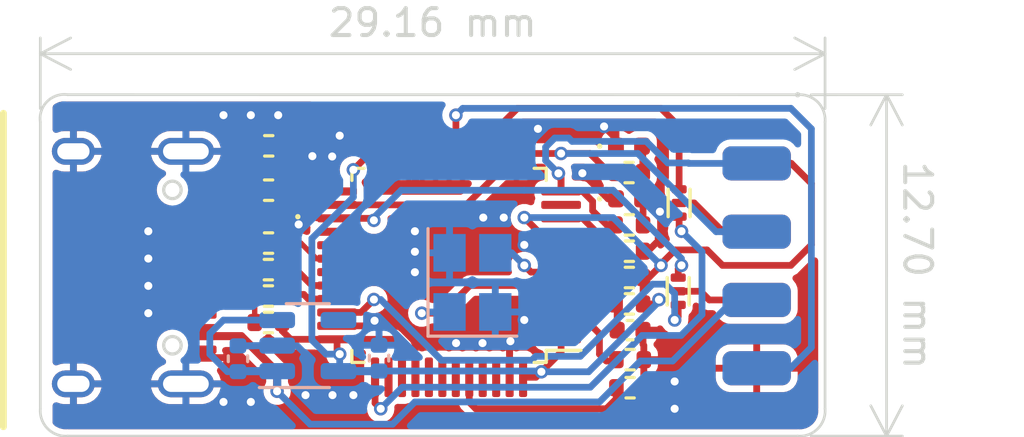
<source format=kicad_pcb>
(kicad_pcb (version 20211014) (generator pcbnew)
  (layers (0 "F.Cu" signal) (31 "B.Cu" signal) (34 "B.Paste" user) (35 "F.Paste" user) (36 "B.SilkS" user "B.Silkscreen") (37 "F.SilkS" user "F.Silkscreen") (38 "B.Mask" user) (39 "F.Mask" user) (44 "Edge.Cuts" user))
  (net 0 "")
  (net 1 "Net-(C1-Pad1)")
  (net 2 "GND")
  (net 3 "+5V")
  (net 4 "+3V3")
  (net 5 "Net-(D1-Pad2)")
  (net 6 "Net-(D2-Pad2)")
  (net 7 "Net-(D3-Pad2)")
  (net 9 "/USB_P")
  (net 10 "/USB_N")
  (net 14 "/JTCK")
  (net 15 "Net-(J2-Pad2)")
  (net 16 "/ST_SWCLK")
  (net 17 "Net-(J3-Pad3)")
  (net 18 "/TX")
  (net 19 "/RX")
  (net 20 "/nRST")
  (net 21 "/JTMS")
  (net 22 "/ST_SWDIO")
  (net 23 "Net-(R2-Pad1)")
  (net 24 "Net-(R3-Pad1)")
  (net 25 "Net-(R4-Pad1)")
  (net 26 "Net-(R6-Pad1)")
  (net 27 "Net-(R9-Pad2)")
  (net 28 "Net-(R10-Pad2)")
  (net 29 "Net-(R11-Pad1)")
  (net 30 "Net-(R12-Pad2)")
  (net 34 "Net-(U2-Pad5)")
  (net 35 "Net-(U2-Pad6)")
  (net 38 "/JTDO")
  (net 39 "/JTDI")
  (net 44 "/T_SWO")
  (net 45 "/RENUMn")
  (footprint "LED_SMD:LED_0402_1005Metric" (layer "F.Cu") (at 108.288202 88.964389)
    (fp_text reference "D1")
    (fp_text value "LED" hide)
    (pad "1" smd roundrect (at -0.485 0) (size 0.59 0.64) (layers "F.Cu" "F.Paste" "F.Mask") (net 2 "GND"))
    (pad "2" smd roundrect (at 0.485 0) (size 0.59 0.64) (layers "F.Cu" "F.Paste" "F.Mask") (net 5 "Net-(D1-Pad2)"))
  )
  (footprint "Resistor_SMD:R_0402_1005Metric" (layer "F.Cu") (at 108.299083 92.873139)
    (fp_text reference "R1")
    (fp_text value "10K" hide)
    (pad "1" smd roundrect (at -0.51 0) (size 0.54 0.64) (layers "F.Cu" "F.Paste" "F.Mask") (net 1 "Net-(C1-Pad1)"))
    (pad "2" smd roundrect (at 0.51 0) (size 0.54 0.64) (layers "F.Cu" "F.Paste" "F.Mask") (net 4 "+3V3"))
  )
  (footprint "Resistor_SMD:R_0402_1005Metric" (layer "F.Cu") (at 108.327109 95.990184)
    (fp_text reference "R2")
    (fp_text value "10K" hide)
    (pad "1" smd roundrect (at -0.51 0) (size 0.54 0.64) (layers "F.Cu" "F.Paste" "F.Mask") (net 23 "Net-(R2-Pad1)"))
    (pad "2" smd roundrect (at 0.51 0) (size 0.54 0.64) (layers "F.Cu" "F.Paste" "F.Mask") (net 2 "GND"))
  )
  (footprint "Resistor_SMD:R_0402_1005Metric" (layer "F.Cu") (at 94.899649 86.992999 180)
    (fp_text reference "R6")
    (fp_text value "10K" hide)
    (pad "1" smd roundrect (at -0.51 0 180) (size 0.54 0.64) (layers "F.Cu" "F.Paste" "F.Mask") (net 26 "Net-(R6-Pad1)"))
    (pad "2" smd roundrect (at 0.51 0 180) (size 0.54 0.64) (layers "F.Cu" "F.Paste" "F.Mask") (net 2 "GND"))
  )
  (footprint "LED_SMD:LED_0402_1005Metric" (layer "F.Cu") (at 108.286196 87.006761)
    (fp_text reference "D2")
    (fp_text value "LED" hide)
    (pad "1" smd roundrect (at -0.485 0) (size 0.59 0.64) (layers "F.Cu" "F.Paste" "F.Mask") (net 2 "GND"))
    (pad "2" smd roundrect (at 0.485 0) (size 0.59 0.64) (layers "F.Cu" "F.Paste" "F.Mask") (net 6 "Net-(D2-Pad2)"))
  )
  (footprint "Resistor_SMD:R_0402_1005Metric" (layer "F.Cu") (at 94.884575 91.597878)
    (fp_text reference "R10")
    (fp_text value "22R" hide)
    (pad "1" smd roundrect (at -0.51 0) (size 0.54 0.64) (layers "F.Cu" "F.Paste" "F.Mask") (net 10 "/USB_N"))
    (pad "2" smd roundrect (at 0.51 0) (size 0.54 0.64) (layers "F.Cu" "F.Paste" "F.Mask") (net 28 "Net-(R10-Pad2)"))
  )
  (footprint "Resistor_SMD:R_0402_1005Metric" (layer "F.Cu") (at 108.299083 91.891507)
    (fp_text reference "R4")
    (fp_text value "10K" hide)
    (pad "1" smd roundrect (at -0.51 0) (size 0.54 0.64) (layers "F.Cu" "F.Paste" "F.Mask") (net 25 "Net-(R4-Pad1)"))
    (pad "2" smd roundrect (at 0.51 0) (size 0.54 0.64) (layers "F.Cu" "F.Paste" "F.Mask") (net 4 "+3V3"))
  )
  (footprint "MyLibrary:TYPE-CF-16P-RAT-L7.5W" (layer "F.Cu") (at 92.535374 88.322063 -90)
    (fp_text reference "J1" hide)
    (fp_text value "Type-C" hide)
    (fp_circle (center 6.09 1.215) (end 6.415 1.215) (layer "Edge.Cuts") (width 0.12) (fill none))
    (fp_circle (center 0.31 1.215) (end 0.635 1.215) (layer "Edge.Cuts") (width 0.12) (fill none))
    (pad "1" thru_hole roundrect (at -1.125 0.715 270) (size 1 2.1) (drill oval 0.6 1.7) (layers *.Cu *.Mask) (roundrect_rratio 0.5) (net 2 "GND"))
    (pad "2" thru_hole roundrect (at 7.525 0.715 270) (size 1 2.1) (drill oval 0.6 1.7) (layers *.Cu *.Mask) (roundrect_rratio 0.5) (net 2 "GND"))
    (pad "3" thru_hole roundrect (at -1.125 4.895 270) (size 1 1.6) (drill oval 0.6 1.2) (layers *.Cu *.Mask) (roundrect_rratio 0.5) (net 2 "GND"))
    (pad "4" thru_hole roundrect (at 7.525 4.895 270) (size 1 1.6) (drill oval 0.6 1.2) (layers *.Cu *.Mask) (roundrect_rratio 0.5) (net 2 "GND"))
    (pad "A1" smd roundrect (at -0.15 0 270) (size 0.3 0.85) (layers "F.Cu" "F.Paste" "F.Mask") (net 2 "GND"))
    (pad "A4" smd roundrect (at 0.65 0 270) (size 0.3 0.85) (layers "F.Cu" "F.Paste" "F.Mask") (net 3 "+5V"))
    (pad "A5" smd roundrect (at 1.95 0 270) (size 0.3 0.85) (layers "F.Cu" "F.Paste" "F.Mask"))
    (pad "A6" smd roundrect (at 2.95 0 270) (size 0.3 0.85) (layers "F.Cu" "F.Paste" "F.Mask") (net 9 "/USB_P"))
    (pad "A7" smd roundrect (at 3.45 0 270) (size 0.3 0.85) (layers "F.Cu" "F.Paste" "F.Mask") (net 10 "/USB_N"))
    (pad "A8" smd roundrect (at 4.45 0 270) (size 0.3 0.85) (layers "F.Cu" "F.Paste" "F.Mask"))
    (pad "A9" smd roundrect (at 5.75 0 270) (size 0.3 0.85) (layers "F.Cu" "F.Paste" "F.Mask") (net 3 "+5V"))
    (pad "A12" smd roundrect (at 6.55 0 270) (size 0.3 0.85) (layers "F.Cu" "F.Paste" "F.Mask") (net 2 "GND"))
    (pad "B1" smd roundrect (at 6.25 0 270) (size 0.3 0.85) (layers "F.Cu" "F.Paste" "F.Mask") (net 2 "GND"))
    (pad "B4" smd roundrect (at 5.45 0 270) (size 0.3 0.85) (layers "F.Cu" "F.Paste" "F.Mask") (net 3 "+5V"))
    (pad "B5" smd roundrect (at 4.95 0 270) (size 0.3 0.85) (layers "F.Cu" "F.Paste" "F.Mask"))
    (pad "B6" smd roundrect (at 3.95 0 270) (size 0.3 0.85) (layers "F.Cu" "F.Paste" "F.Mask") (net 9 "/USB_P"))
    (pad "B7" smd roundrect (at 2.45 0 270) (size 0.3 0.85) (layers "F.Cu" "F.Paste" "F.Mask") (net 10 "/USB_N"))
    (pad "B8" smd roundrect (at 1.45 0 270) (size 0.3 0.85) (layers "F.Cu" "F.Paste" "F.Mask"))
    (pad "B9" smd roundrect (at 0.95 0 270) (size 0.3 0.85) (layers "F.Cu" "F.Paste" "F.Mask") (net 3 "+5V"))
    (pad "B12" smd roundrect (at 0.15 0 270) (size 0.3 0.85) (layers "F.Cu" "F.Paste" "F.Mask") (net 2 "GND"))
  )
  (footprint "Resistor_SMD:R_0402_1005Metric" (layer "F.Cu") (at 94.892202 90.610032)
    (fp_text reference "R9")
    (fp_text value "1K5" hide)
    (pad "1" smd roundrect (at -0.51 0) (size 0.54 0.64) (layers "F.Cu" "F.Paste" "F.Mask") (net 7 "Net-(D3-Pad2)"))
    (pad "2" smd roundrect (at 0.51 0) (size 0.54 0.64) (layers "F.Cu" "F.Paste" "F.Mask") (net 27 "Net-(R9-Pad2)"))
  )
  (footprint "MyLibrary:SMD_PIN_2x4_TOP_BOTTOM" (layer "F.Cu") (at 113.03 87.646105)
    (fp_text reference "J3")
    (fp_text value "Conn_02x04_Top_Bottom" hide)
    (pad "1" smd roundrect (at 0 0) (size 2.54 1.27) (layers "F.Cu" "F.Paste" "F.Mask") (net 4 "+3V3"))
    (pad "2" smd roundrect (at 0 2.54) (size 2.54 1.27) (layers "F.Cu" "F.Paste" "F.Mask") (net 15 "Net-(J2-Pad2)"))
    (pad "3" smd roundrect (at 0 5.08) (size 2.54 1.27) (layers "F.Cu" "F.Paste" "F.Mask") (net 17 "Net-(J3-Pad3)"))
    (pad "4" smd roundrect (at 0 7.62) (size 2.54 1.27) (layers "F.Cu" "F.Paste" "F.Mask") (net 2 "GND"))
    (pad "5" smd roundrect (at 0 0) (size 2.54 1.27) (layers "B.Cu" "B.Paste" "B.Mask") (net 18 "/TX"))
    (pad "6" smd roundrect (at 0 2.54) (size 2.54 1.27) (layers "B.Cu" "B.Paste" "B.Mask") (net 19 "/RX"))
    (pad "7" smd roundrect (at 0 5.08) (size 2.54 1.27) (layers "B.Cu" "B.Paste" "B.Mask") (net 3 "+5V"))
    (pad "8" smd roundrect (at 0 7.62) (size 2.54 1.27) (layers "B.Cu" "B.Paste" "B.Mask") (net 20 "/nRST"))
  )
  (footprint "Resistor_SMD:R_0402_1005Metric" (layer "F.Cu") (at 94.887166 93.565496)
    (fp_text reference "R13")
    (fp_text value "1K5" hide)
    (pad "1" smd roundrect (at -0.51 0) (size 0.54 0.64) (layers "F.Cu" "F.Paste" "F.Mask") (net 9 "/USB_P"))
    (pad "2" smd roundrect (at 0.51 0) (size 0.54 0.64) (layers "F.Cu" "F.Paste" "F.Mask") (net 4 "+3V3"))
  )
  (footprint "Resistor_SMD:R_0402_1005Metric" (layer "F.Cu") (at 108.325988 94.947145)
    (fp_text reference "R3")
    (fp_text value "10K" hide)
    (pad "1" smd roundrect (at -0.51 0) (size 0.54 0.64) (layers "F.Cu" "F.Paste" "F.Mask") (net 24 "Net-(R3-Pad1)"))
    (pad "2" smd roundrect (at 0.51 0) (size 0.54 0.64) (layers "F.Cu" "F.Paste" "F.Mask") (net 2 "GND"))
  )
  (footprint "Resistor_SMD:R_0402_1005Metric" (layer "F.Cu") (at 108.299082 90.912291 180)
    (fp_text reference "R5")
    (fp_text value "10K" hide)
    (pad "1" smd roundrect (at -0.51 0 180) (size 0.54 0.64) (layers "F.Cu" "F.Paste" "F.Mask") (net 2 "GND"))
    (pad "2" smd roundrect (at 0.51 0 180) (size 0.54 0.64) (layers "F.Cu" "F.Paste" "F.Mask") (net 25 "Net-(R4-Pad1)"))
  )
  (footprint "MyLibrary:SMD_JUMP" (layer "F.Cu") (at 110.114092 92.402793)
    (fp_text reference "Je1")
    (fp_text value "JUMP" hide)
    (pad "1" smd roundrect (at 0 -0.508) (size 0.56 0.31) (layers "F.Cu" "F.Paste" "F.Mask") (net 21 "/JTMS"))
    (pad "2" smd roundrect (at 0 0) (size 0.56 0.31) (layers "F.Cu" "F.Paste" "F.Mask") (net 17 "Net-(J3-Pad3)"))
    (pad "3" smd roundrect (at 0 0.508) (size 0.56 0.31) (layers "F.Cu" "F.Paste" "F.Mask") (net 22 "/ST_SWDIO"))
  )
  (footprint "Resistor_SMD:R_0402_1005Metric" (layer "F.Cu") (at 94.893624 88.642328)
    (fp_text reference "R11")
    (fp_text value "22R" hide)
    (pad "1" smd roundrect (at -0.51 0) (size 0.54 0.64) (layers "F.Cu" "F.Paste" "F.Mask") (net 29 "Net-(R11-Pad1)"))
    (pad "2" smd roundrect (at 0.51 0) (size 0.54 0.64) (layers "F.Cu" "F.Paste" "F.Mask") (net 21 "/JTMS"))
  )
  (footprint "Resistor_SMD:R_0402_1005Metric" (layer "F.Cu") (at 94.887166 92.579388)
    (fp_text reference "R12")
    (fp_text value "22R" hide)
    (pad "1" smd roundrect (at -0.51 0) (size 0.54 0.64) (layers "F.Cu" "F.Paste" "F.Mask") (net 9 "/USB_P"))
    (pad "2" smd roundrect (at 0.51 0) (size 0.54 0.64) (layers "F.Cu" "F.Paste" "F.Mask") (net 30 "Net-(R12-Pad2)"))
  )
  (footprint "Resistor_SMD:R_0402_1005Metric" (layer "F.Cu") (at 108.288202 87.985953 180)
    (fp_text reference "R8")
    (fp_text value "680R" hide)
    (pad "1" smd roundrect (at -0.51 0 180) (size 0.54 0.64) (layers "F.Cu" "F.Paste" "F.Mask") (net 6 "Net-(D2-Pad2)"))
    (pad "2" smd roundrect (at 0.51 0 180) (size 0.54 0.64) (layers "F.Cu" "F.Paste" "F.Mask") (net 19 "/RX"))
  )
  (footprint "MyLibrary:SMD_JUMP" (layer "F.Cu") (at 110.147974 89.118571)
    (fp_text reference "J2" hide)
    (fp_text value "JUMP" hide)
    (pad "1" smd roundrect (at 0 -0.508) (size 0.56 0.31) (layers "F.Cu" "F.Paste" "F.Mask") (net 14 "/JTCK"))
    (pad "2" smd roundrect (at 0 0) (size 0.56 0.31) (layers "F.Cu" "F.Paste" "F.Mask") (net 15 "Net-(J2-Pad2)"))
    (pad "3" smd roundrect (at 0 0.508) (size 0.56 0.31) (layers "F.Cu" "F.Paste" "F.Mask") (net 16 "/ST_SWCLK"))
  )
  (footprint "LED_SMD:LED_0402_1005Metric" (layer "F.Cu") (at 94.889762 89.629439 180)
    (fp_text reference "D3")
    (fp_text value "LED" hide)
    (pad "1" smd roundrect (at -0.485 0 180) (size 0.59 0.64) (layers "F.Cu" "F.Paste" "F.Mask") (net 2 "GND"))
    (pad "2" smd roundrect (at 0.485 0 180) (size 0.59 0.64) (layers "F.Cu" "F.Paste" "F.Mask") (net 7 "Net-(D3-Pad2)"))
  )
  (footprint "Package_QFP:LQFP-48_7x7mm_P0.5mm" (layer "F.Cu") (at 101.6 91.44 180)
    (fp_text reference "U2")
    (fp_text value "STM32F103CBTx" hide)
    (pad "1" smd roundrect (at -4.1625 -2.75 180) (size 1.475 0.3) (layers "F.Cu" "F.Paste" "F.Mask") (net 4 "+3V3"))
    (pad "2" smd roundrect (at -4.1625 -2.25 180) (size 1.475 0.3) (layers "F.Cu" "F.Paste" "F.Mask") (net 24 "Net-(R3-Pad1)"))
    (pad "3" smd roundrect (at -4.1625 -1.75 180) (size 1.475 0.3) (layers "F.Cu" "F.Paste" "F.Mask"))
    (pad "4" smd roundrect (at -4.1625 -1.25 180) (size 1.475 0.3) (layers "F.Cu" "F.Paste" "F.Mask"))
    (pad "5" smd roundrect (at -4.1625 -0.75 180) (size 1.475 0.3) (layers "F.Cu" "F.Paste" "F.Mask") (net 34 "Net-(U2-Pad5)"))
    (pad "6" smd roundrect (at -4.1625 -0.25 180) (size 1.475 0.3) (layers "F.Cu" "F.Paste" "F.Mask") (net 35 "Net-(U2-Pad6)"))
    (pad "7" smd roundrect (at -4.1625 0.25 180) (size 1.475 0.3) (layers "F.Cu" "F.Paste" "F.Mask") (net 1 "Net-(C1-Pad1)"))
    (pad "8" smd roundrect (at -4.1625 0.75 180) (size 1.475 0.3) (layers "F.Cu" "F.Paste" "F.Mask") (net 2 "GND"))
    (pad "9" smd roundrect (at -4.1625 1.25 180) (size 1.475 0.3) (layers "F.Cu" "F.Paste" "F.Mask") (net 4 "+3V3"))
    (pad "10" smd roundrect (at -4.1625 1.75 180) (size 1.475 0.3) (layers "F.Cu" "F.Paste" "F.Mask") (net 25 "Net-(R4-Pad1)"))
    (pad "11" smd roundrect (at -4.1625 2.25 180) (size 1.475 0.3) (layers "F.Cu" "F.Paste" "F.Mask"))
    (pad "12" smd roundrect (at -4.1625 2.75 180) (size 1.475 0.3) (layers "F.Cu" "F.Paste" "F.Mask") (net 18 "/TX"))
    (pad "13" smd roundrect (at -2.75 4.1625 180) (size 0.3 1.475) (layers "F.Cu" "F.Paste" "F.Mask") (net 19 "/RX"))
    (pad "14" smd roundrect (at -2.25 4.1625 180) (size 0.3 1.475) (layers "F.Cu" "F.Paste" "F.Mask"))
    (pad "15" smd roundrect (at -1.75 4.1625 180) (size 0.3 1.475) (layers "F.Cu" "F.Paste" "F.Mask") (net 14 "/JTCK"))
    (pad "16" smd roundrect (at -1.25 4.1625 180) (size 0.3 1.475) (layers "F.Cu" "F.Paste" "F.Mask") (net 38 "/JTDO"))
    (pad "17" smd roundrect (at -0.75 4.1625 180) (size 0.3 1.475) (layers "F.Cu" "F.Paste" "F.Mask") (net 39 "/JTDI"))
    (pad "18" smd roundrect (at -0.25 4.1625 180) (size 0.3 1.475) (layers "F.Cu" "F.Paste" "F.Mask") (net 20 "/nRST"))
    (pad "19" smd roundrect (at 0.25 4.1625 180) (size 0.3 1.475) (layers "F.Cu" "F.Paste" "F.Mask"))
    (pad "20" smd roundrect (at 0.75 4.1625 180) (size 0.3 1.475) (layers "F.Cu" "F.Paste" "F.Mask") (net 26 "Net-(R6-Pad1)"))
    (pad "21" smd roundrect (at 1.25 4.1625 180) (size 0.3 1.475) (layers "F.Cu" "F.Paste" "F.Mask") (net 2 "GND"))
    (pad "22" smd roundrect (at 1.75 4.1625 180) (size 0.3 1.475) (layers "F.Cu" "F.Paste" "F.Mask"))
    (pad "23" smd roundrect (at 2.25 4.1625 180) (size 0.3 1.475) (layers "F.Cu" "F.Paste" "F.Mask") (net 2 "GND"))
    (pad "24" smd roundrect (at 2.75 4.1625 180) (size 0.3 1.475) (layers "F.Cu" "F.Paste" "F.Mask") (net 4 "+3V3"))
    (pad "25" smd roundrect (at 4.1625 2.75 180) (size 1.475 0.3) (layers "F.Cu" "F.Paste" "F.Mask") (net 29 "Net-(R11-Pad1)"))
    (pad "26" smd roundrect (at 4.1625 2.25 180) (size 1.475 0.3) (layers "F.Cu" "F.Paste" "F.Mask") (net 14 "/JTCK"))
    (pad "27" smd roundrect (at 4.1625 1.75 180) (size 1.475 0.3) (layers "F.Cu" "F.Paste" "F.Mask") (net 21 "/JTMS"))
    (pad "28" smd roundrect (at 4.1625 1.25 180) (size 1.475 0.3) (layers "F.Cu" "F.Paste" "F.Mask"))
    (pad "29" smd roundrect (at 4.1625 0.75 180) (size 1.475 0.3) (layers "F.Cu" "F.Paste" "F.Mask"))
    (pad "30" smd roundrect (at 4.1625 0.25 180) (size 1.475 0.3) (layers "F.Cu" "F.Paste" "F.Mask") (net 27 "Net-(R9-Pad2)"))
    (pad "31" smd roundrect (at 4.1625 -0.25 180) (size 1.475 0.3) (layers "F.Cu" "F.Paste" "F.Mask") (net 44 "/T_SWO"))
    (pad "32" smd roundrect (at 4.1625 -0.75 180) (size 1.475 0.3) (layers "F.Cu" "F.Paste" "F.Mask") (net 28 "Net-(R10-Pad2)"))
    (pad "33" smd roundrect (at 4.1625 -1.25 180) (size 1.475 0.3) (layers "F.Cu" "F.Paste" "F.Mask") (net 30 "Net-(R12-Pad2)"))
    (pad "34" smd roundrect (at 4.1625 -1.75 180) (size 1.475 0.3) (layers "F.Cu" "F.Paste" "F.Mask") (net 22 "/ST_SWDIO"))
    (pad "35" smd roundrect (at 4.1625 -2.25 180) (size 1.475 0.3) (layers "F.Cu" "F.Paste" "F.Mask") (net 2 "GND"))
    (pad "36" smd roundrect (at 4.1625 -2.75 180) (size 1.475 0.3) (layers "F.Cu" "F.Paste" "F.Mask") (net 4 "+3V3"))
    (pad "37" smd roundrect (at 2.75 -4.1625 180) (size 0.3 1.475) (layers "F.Cu" "F.Paste" "F.Mask") (net 16 "/ST_SWCLK"))
    (pad "38" smd roundrect (at 2.25 -4.1625 180) (size 0.3 1.475) (layers "F.Cu" "F.Paste" "F.Mask") (net 45 "/RENUMn"))
    (pad "39" smd roundrect (at 1.75 -4.1625 180) (size 0.3 1.475) (layers "F.Cu" "F.Paste" "F.Mask") (net 4 "+3V3"))
    (pad "40" smd roundrect (at 1.25 -4.1625 180) (size 0.3 1.475) (layers "F.Cu" "F.Paste" "F.Mask"))
    (pad "41" smd roundrect (at 0.75 -4.1625 180) (size 0.3 1.475) (layers "F.Cu" "F.Paste" "F.Mask"))
    (pad "42" smd roundrect (at 0.25 -4.1625 180) (size 0.3 1.475) (layers "F.Cu" "F.Paste" "F.Mask"))
    (pad "43" smd roundrect (at -0.25 -4.1625 180) (size 0.3 1.475) (layers "F.Cu" "F.Paste" "F.Mask"))
    (pad "44" smd roundrect (at -0.75 -4.1625 180) (size 0.3 1.475) (layers "F.Cu" "F.Paste" "F.Mask") (net 23 "Net-(R2-Pad1)"))
    (pad "45" smd roundrect (at -1.25 -4.1625 180) (size 0.3 1.475) (layers "F.Cu" "F.Paste" "F.Mask"))
    (pad "46" smd roundrect (at -1.75 -4.1625 180) (size 0.3 1.475) (layers "F.Cu" "F.Paste" "F.Mask"))
    (pad "47" smd roundrect (at -2.25 -4.1625 180) (size 0.3 1.475) (layers "F.Cu" "F.Paste" "F.Mask") (net 2 "GND"))
    (pad "48" smd roundrect (at -2.75 -4.1625 180) (size 0.3 1.475) (layers "F.Cu" "F.Paste" "F.Mask") (net 4 "+3V3"))
  )
  (footprint "Capacitor_SMD:C_0402_1005Metric" (layer "F.Cu") (at 108.324994 93.849478)
    (fp_text reference "C1")
    (fp_text value "100nF" hide)
    (pad "1" smd roundrect (at -0.48 0) (size 0.56 0.62) (layers "F.Cu" "F.Paste" "F.Mask") (net 1 "Net-(C1-Pad1)"))
    (pad "2" smd roundrect (at 0.48 0) (size 0.56 0.62) (layers "F.Cu" "F.Paste" "F.Mask") (net 2 "GND"))
  )
  (footprint "Resistor_SMD:R_0402_1005Metric" (layer "F.Cu") (at 108.297605 89.933494 180)
    (fp_text reference "R7")
    (fp_text value "680R" hide)
    (pad "1" smd roundrect (at -0.51 0 180) (size 0.54 0.64) (layers "F.Cu" "F.Paste" "F.Mask") (net 5 "Net-(D1-Pad2)"))
    (pad "2" smd roundrect (at 0.51 0 180) (size 0.54 0.64) (layers "F.Cu" "F.Paste" "F.Mask") (net 18 "/TX"))
  )
  (footprint "Crystal:Crystal_SMD_3225-4Pin_3.2x2.5mm" (layer "B.Cu") (at 102.467158 92.072789 90)
    (fp_text reference "Y1")
    (fp_text value "Crystal_GND24_Small" hide)
    (pad "1" smd rect (at -1.1 -0.85 90) (size 1.4 1.2) (layers "B.Cu" "B.Paste" "B.Mask") (net 34 "Net-(U2-Pad5)"))
    (pad "2" smd rect (at 1.1 -0.85 90) (size 1.4 1.2) (layers "B.Cu" "B.Paste" "B.Mask") (net 2 "GND"))
    (pad "3" smd rect (at 1.1 0.85 90) (size 1.4 1.2) (layers "B.Cu" "B.Paste" "B.Mask") (net 35 "Net-(U2-Pad6)"))
    (pad "4" smd rect (at -1.1 0.85 90) (size 1.4 1.2) (layers "B.Cu" "B.Paste" "B.Mask") (net 2 "GND"))
  )
  (footprint "Capacitor_SMD:C_0402_1005Metric" (layer "B.Cu") (at 93.755858 94.912503 90)
    (fp_text reference "C2")
    (fp_text value "100nF" hide)
    (pad "1" smd roundrect (at -0.48 0 90) (size 0.56 0.62) (layers "B.Cu" "B.Paste" "B.Mask") (net 3 "+5V"))
    (pad "2" smd roundrect (at 0.48 0 90) (size 0.56 0.62) (layers "B.Cu" "B.Paste" "B.Mask") (net 2 "GND"))
  )
  (footprint "Capacitor_SMD:C_0402_1005Metric" (layer "B.Cu") (at 98.997563 94.889678 90)
    (fp_text reference "C3")
    (fp_text value "1uF" hide)
    (pad "1" smd roundrect (at -0.48 0 90) (size 0.56 0.62) (layers "B.Cu" "B.Paste" "B.Mask") (net 4 "+3V3"))
    (pad "2" smd roundrect (at 0.48 0 90) (size 0.56 0.62) (layers "B.Cu" "B.Paste" "B.Mask") (net 2 "GND"))
  )
  (footprint "Package_TO_SOT_SMD:SOT-23-5" (layer "B.Cu") (at 96.351428 94.424751)
    (fp_text reference "U1")
    (fp_text value "XC6210B332MR" hide)
    (pad "1" smd roundrect (at -1.1375 0.95) (size 1.325 0.6) (layers "B.Cu" "B.Paste" "B.Mask") (net 3 "+5V"))
    (pad "2" smd roundrect (at -1.1375 0) (size 1.325 0.6) (layers "B.Cu" "B.Paste" "B.Mask") (net 2 "GND"))
    (pad "3" smd roundrect (at -1.1375 -0.95) (size 1.325 0.6) (layers "B.Cu" "B.Paste" "B.Mask") (net 3 "+5V"))
    (pad "4" smd roundrect (at 1.1375 -0.95) (size 1.325 0.6) (layers "B.Cu" "B.Paste" "B.Mask"))
    (pad "5" smd roundrect (at 1.1375 0.95) (size 1.325 0.6) (layers "B.Cu" "B.Paste" "B.Mask") (net 4 "+3V3"))
  )
  (gr_arc (start 86.410911 86.106) (mid 86.664907 85.343996) (end 87.426911 85.09) (layer "Edge.Cuts") (width 0.1))
  (gr_line (start 114.554 97.79) (end 87.426911 97.79) (layer "Edge.Cuts") (width 0.1))
  (gr_arc (start 87.426911 97.79) (mid 86.685697 97.515214) (end 86.410911 96.774) (layer "Edge.Cuts") (width 0.1))
  (gr_arc (start 114.552828 85.091817) (mid 114.552828 85.091817) (end 114.552828 85.091817) (layer "Edge.Cuts") (width 0.1))
  (gr_line (start 87.426911 85.09) (end 114.552828 85.091817) (layer "Edge.Cuts") (width 0.1))
  (gr_arc (start 115.57 96.774) (mid 115.297144 97.517144) (end 114.554 97.79) (layer "Edge.Cuts") (width 0.1))
  (gr_line (start 86.410911 96.774) (end 86.410911 86.106) (layer "Edge.Cuts") (width 0.1))
  (gr_line (start 115.57 86.106) (end 115.57 96.774) (layer "Edge.Cuts") (width 0.1))
  (gr_arc (start 114.552828 85.091817) (mid 115.296774 85.362854) (end 115.57 86.106) (layer "Edge.Cuts") (width 0.1))
  (dimension (type aligned) (layer "Edge.Cuts") (pts (xy 86.410911 86.106) (xy 115.57 86.106)) (height -2.54) (gr_text "29.16 mm" (at 100.990455 82.416) (layer "Edge.Cuts") (effects (font (size 1 1) (thickness 0.15)))) (format (units 3) (units_format 1) (precision 2)) (style (thickness 0.1) (arrow_length 1.27) (text_position_mode 0) (extension_height 0.58642) (extension_offset 0.5) keep_text_aligned))
  (dimension (type aligned) (layer "Edge.Cuts") (pts (xy 114.552828 85.091817) (xy 114.554 97.79)) (height -3.301999) (gr_text "12.70 mm" (at 119.005413 91.440497 270.0052882) (layer "Edge.Cuts") (effects (font (size 1 1) (thickness 0.15)))) (format (units 3) (units_format 1) (precision 2)) (style (thickness 0.1) (arrow_length 1.27) (text_position_mode 0) (extension_height 0.58642) (extension_offset 0.5) keep_text_aligned))
  (segment (start 107.188 92.272056) (end 107.789083 92.873139) (width 0.25) (layer "F.Cu") (net 1))
  (segment (start 106.684 91.19) (end 107.188 91.694) (width 0.25) (layer "F.Cu") (net 1))
  (segment (start 107.844994 92.92905) (end 107.789083 92.873139) (width 0.25) (layer "F.Cu") (net 1))
  (segment (start 107.188 91.694) (end 107.188 92.272056) (width 0.25) (layer "F.Cu") (net 1))
  (segment (start 107.844994 93.849478) (end 107.844994 92.92905) (width 0.25) (layer "F.Cu") (net 1))
  (segment (start 105.7625 91.19) (end 106.684 91.19) (width 0.25) (layer "F.Cu") (net 1))
  (segment (start 95.725439 89.629439) (end 96.012 89.916) (width 0.25) (layer "F.Cu") (net 2))
  (segment (start 109.474 90.424) (end 109.474 89.408) (width 0.25) (layer "F.Cu") (net 2))
  (segment (start 98.044 86.106) (end 97.536 86.614) (width 0.25) (layer "F.Cu") (net 2))
  (segment (start 97.4375 93.69) (end 98.638466 93.69) (width 0.25) (layer "F.Cu") (net 2))
  (segment (start 107.506389 88.964389) (end 106.553 88.011) (width 0.25) (layer "F.Cu") (net 2))
  (segment (start 108.809082 90.912291) (end 108.985709 90.912291) (width 0.25) (layer "F.Cu") (net 2))
  (segment (start 105.7625 90.69) (end 104.66 90.69) (width 0.25) (layer "F.Cu") (net 2))
  (segment (start 105.7625 90.69) (end 104.406 90.69) (width 0.25) (layer "F.Cu") (net 2))
  (segment (start 99.06 86.106) (end 98.298 86.106) (width 0.25) (layer "F.Cu") (net 2))
  (segment (start 99.35 87.2775) (end 99.35 86.396) (width 0.25) (layer "F.Cu") (net 2))
  (segment (start 103.85 95.6025) (end 103.85 94.524) (width 0.25) (layer "F.Cu") (net 2))
  (segment (start 107.801196 86.719196) (end 107.442 86.36) (width 0.25) (layer "F.Cu") (net 2))
  (segment (start 98.638466 93.69) (end 98.831233 93.497233) (width 0.25) (layer "F.Cu") (net 2))
  (segment (start 104.406 90.69) (end 104.394 90.678) (width 0.25) (layer "F.Cu") (net 2))
  (segment (start 108.985709 90.912291) (end 109.474 90.424) (width 0.25) (layer "F.Cu") (net 2))
  (segment (start 100.023446 86.106) (end 99.06 86.106) (width 0.25) (layer "F.Cu") (net 2))
  (segment (start 103.85 94.27) (end 103.886 94.234) (width 0.25) (layer "F.Cu") (net 2))
  (segment (start 95.374762 89.629439) (end 95.725439 89.629439) (width 0.25) (layer "F.Cu") (net 2))
  (segment (start 98.298 86.106) (end 98.044 86.106) (width 0.25) (layer "F.Cu") (net 2))
  (segment (start 100.35 87.2775) (end 100.35 86.432554) (width 0.25) (layer "F.Cu") (net 2))
  (segment (start 100.35 86.432554) (end 100.023446 86.106) (width 0.25) (layer "F.Cu") (net 2))
  (segment (start 99.35 86.396) (end 99.06 86.106) (width 0.25) (layer "F.Cu") (net 2))
  (segment (start 103.85 95.6025) (end 103.85 94.27) (width 0.25) (layer "F.Cu") (net 2))
  (segment (start 107.801196 87.006761) (end 107.801196 86.719196) (width 0.25) (layer "F.Cu") (net 2))
  (segment (start 107.803202 88.964389) (end 107.506389 88.964389) (width 0.25) (layer "F.Cu") (net 2))
  (via (at 94.234 85.852) (size 0.5) (drill 0.3) (layers "F.Cu" "B.Cu") (net 2))
  (via (at 100.33 91.694) (size 0.5) (drill 0.3) (layers "F.Cu" "B.Cu") (net 2))
  (via (at 103.632 89.662) (size 0.5) (drill 0.3) (layers "F.Cu" "B.Cu") (net 2))
  (via (at 96.52 87.376) (size 0.5) (drill 0.3) (layers "F.Cu" "B.Cu") (net 2))
  (via (at 96.012 89.916) (size 0.5) (drill 0.3) (layers "F.Cu" "B.Cu") (net 2))
  (via (at 96.266 96.266) (size 0.5) (drill 0.3) (layers "F.Cu" "B.Cu") (net 2))
  (via (at 109.982 95.758) (size 0.5) (drill 0.3) (layers "F.Cu" "B.Cu") (net 2))
  (via (at 109.982 96.774) (size 0.5) (drill 0.3) (layers "F.Cu" "B.Cu") (net 2))
  (via (at 90.424 90.17) (size 0.5) (drill 0.3) (layers "F.Cu" "B.Cu") (net 2))
  (via (at 102.87 89.662) (size 0.5) (drill 0.3) (layers "F.Cu" "B.Cu") (net 2))
  (via (at 106.553 88.011) (size 0.5) (drill 0.3) (layers "F.Cu" "B.Cu") (net 2))
  (via (at 100.33 90.17) (size 0.5) (drill 0.3) (layers "F.Cu" "B.Cu") (net 2))
  (via (at 95.25 85.852) (size 0.5) (drill 0.3) (layers "F.Cu" "B.Cu") (net 2))
  (via (at 90.424 93.218) (size 0.5) (drill 0.3) (layers "F.Cu" "B.Cu") (net 2))
  (via (at 103.878086 94.260805) (size 0.5) (drill 0.3) (layers "F.Cu" "B.Cu") (net 2))
  (via (at 104.394 93.472) (size 0.5) (drill 0.3) (layers "F.Cu" "B.Cu") (net 2))
  (via (at 101.85955 94.330711) (size 0.5) (drill 0.3) (layers "F.Cu" "B.Cu") (net 2))
  (via (at 90.424 92.202) (size 0.5) (drill 0.3) (layers "F.Cu" "B.Cu") (net 2))
  (via (at 100.33 90.932) (size 0.5) (drill 0.3) (layers "F.Cu" "B.Cu") (net 2))
  (via (at 102.842603 94.330711) (size 0.5) (drill 0.3) (layers "F.Cu" "B.Cu") (net 2))
  (via (at 104.902 86.36) (size 0.5) (drill 0.3) (layers "F.Cu" "B.Cu") (net 2))
  (via (at 109.433434 89.441785) (size 0.5) (drill 0.3) (layers "F.Cu" "B.Cu") (net 2))
  (via (at 97.536 86.614) (size 0.5) (drill 0.3) (layers "F.Cu" "B.Cu") (net 2))
  (via (at 94.234 96.52) (size 0.5) (drill 0.3) (layers "F.Cu" "B.Cu") (net 2))
  (via (at 90.424 91.186) (size 0.5) (drill 0.3) (layers "F.Cu" "B.Cu") (net 2))
  (via (at 93.218 96.52) (size 0.5) (drill 0.3) (layers "F.Cu" "B.Cu") (net 2))
  (via (at 107.358784 86.27186) (size 0.5) (drill 0.3) (layers "F.Cu" "B.Cu") (net 2))
  (via (at 98.044 96.266) (size 0.5) (drill 0.3) (layers "F.Cu" "B.Cu") (net 2))
  (via (at 104.394 90.678) (size 0.5) (drill 0.3) (layers "F.Cu" "B.Cu") (net 2))
  (via (at 93.218 85.852) (size 0.5) (drill 0.3) (layers "F.Cu" "B.Cu") (net 2))
  (via (at 97.268039 96.266) (size 0.5) (drill 0.3) (layers "F.Cu" "B.Cu") (net 2))
  (via (at 97.255954 87.389081) (size 0.5) (drill 0.3) (layers "F.Cu" "B.Cu") (net 2))
  (via (at 98.831233 93.497233) (size 0.5) (drill 0.3) (layers "F.Cu" "B.Cu") (net 2))
  (segment (start 96.266 94.742) (end 96.266 96.266) (width 0.25) (layer "B.Cu") (net 2))
  (segment (start 93.755858 94.432503) (end 95.956503 94.432503) (width 0.25) (layer "B.Cu") (net 2))
  (segment (start 95.956503 94.432503) (end 96.266 94.742) (width 0.25) (layer "B.Cu") (net 2))
  (segment (start 91.360374 93.123104) (end 92.309333 94.072063) (width 0.3) (layer "F.Cu") (net 3))
  (segment (start 92.535374 94.072063) (end 93.877839 94.072063) (width 0.3) (layer "F.Cu") (net 3))
  (segment (start 95.208974 95.403198) (end 95.208974 96.122477) (width 0.3) (layer "F.Cu") (net 3))
  (segment (start 92.535374 88.972063) (end 92.535374 89.272063) (width 0.25) (layer "F.Cu") (net 3))
  (segment (start 92.535374 89.272063) (end 92.009333 89.272063) (width 0.3) (layer "F.Cu") (net 3))
  (segment (start 92.309333 94.072063) (end 92.535374 94.072063) (width 0.3) (layer "F.Cu") (net 3))
  (segment (start 91.360374 89.921022) (end 91.360374 93.123104) (width 0.3) (layer "F.Cu") (net 3))
  (segment (start 92.009333 89.272063) (end 91.360374 89.921022) (width 0.3) (layer "F.Cu") (net 3))
  (segment (start 92.535374 93.772063) (end 92.535374 94.072063) (width 0.25) (layer "F.Cu") (net 3))
  (segment (start 93.877839 94.072063) (end 95.208974 95.403198) (width 0.3) (layer "F.Cu") (net 3))
  (via (at 95.208974 96.122477) (size 0.5) (drill 0.3) (layers "F.Cu" "B.Cu") (net 3))
  (segment (start 108.712 94.996) (end 109.907569 94.996) (width 0.25) (layer "B.Cu") (net 3))
  (segment (start 95.213928 95.374751) (end 95.213928 96.117523) (width 0.3) (layer "B.Cu") (net 3))
  (segment (start 99.501 97.349) (end 100.33 96.52) (width 0.25) (layer "B.Cu") (net 3))
  (segment (start 107.188 96.52) (end 108.712 94.996) (width 0.25) (layer "B.Cu") (net 3))
  (segment (start 95.213928 95.374751) (end 93.77361 95.374751) (width 0.3) (layer "B.Cu") (net 3))
  (segment (start 95.213928 96.117523) (end 95.208974 96.122477) (width 0.3) (layer "B.Cu") (net 3))
  (segment (start 109.907569 94.996) (end 112.177464 92.726105) (width 0.25) (layer "B.Cu") (net 3))
  (segment (start 95.213928 93.474751) (end 93.215249 93.474751) (width 0.25) (layer "B.Cu") (net 3))
  (segment (start 93.77361 95.374751) (end 93.755858 95.392503) (width 0.3) (layer "B.Cu") (net 3))
  (segment (start 93.360503 95.392503) (end 93.755858 95.392503) (width 0.25) (layer "B.Cu") (net 3))
  (segment (start 93.215249 93.474751) (end 92.71 93.98) (width 0.25) (layer "B.Cu") (net 3))
  (segment (start 95.208974 96.122477) (end 96.435497 97.349) (width 0.25) (layer "B.Cu") (net 3))
  (segment (start 92.71 93.98) (end 92.71 94.742) (width 0.25) (layer "B.Cu") (net 3))
  (segment (start 100.33 96.52) (end 107.188 96.52) (width 0.25) (layer "B.Cu") (net 3))
  (segment (start 112.177464 92.726105) (end 113.03 92.726105) (width 0.25) (layer "B.Cu") (net 3))
  (segment (start 92.71 94.742) (end 93.360503 95.392503) (width 0.25) (layer "B.Cu") (net 3))
  (segment (start 96.435497 97.349) (end 99.501 97.349) (width 0.25) (layer "B.Cu") (net 3))
  (segment (start 114.316105 87.646105) (end 113.03 87.646105) (width 0.25) (layer "F.Cu") (net 4))
  (segment (start 109.239439 92.873139) (end 109.398178 92.7144) (width 0.25) (layer "F.Cu") (net 4))
  (segment (start 95.714 94.19) (end 95.397166 93.873166) (width 0.25) (layer "F.Cu") (net 4))
  (segment (start 98.044 87.884) (end 98.6505 87.2775) (width 0.25) (layer "F.Cu") (net 4))
  (segment (start 97.4375 94.19) (end 95.714 94.19) (width 0.25) (layer "F.Cu") (net 4))
  (segment (start 115.062 90.678) (end 115.062 88.392) (width 0.25) (layer "F.Cu") (net 4))
  (segment (start 109.474 91.388827) (end 109.997827 90.865) (width 0.25) (layer "F.Cu") (net 4))
  (segment (start 105.7625 90.19) (end 104.922 90.19) (width 0.25) (layer "F.Cu") (net 4))
  (segment (start 98.6505 87.2775) (end 98.85 87.2775) (width 0.25) (layer "F.Cu") (net 4))
  (segment (start 109.997827 90.865) (end 111.185 90.865) (width 0.25) (layer "F.Cu") (net 4))
  (segment (start 108.809083 91.891507) (end 109.022493 91.891507) (width 0.25) (layer "F.Cu") (net 4))
  (segment (start 108.809083 91.891507) (end 108.809083 92.873139) (width 0.25) (layer "F.Cu") (net 4))
  (segment (start 105.7625 94.19) (end 105.7625 94.66471) (width 0.25) (layer "F.Cu") (net 4))
  (segment (start 111.76 91.44) (end 114.3 91.44) (width 0.25) (layer "F.Cu") (net 4))
  (segment (start 95.397166 93.873166) (end 95.397166 93.565496) (width 0.25) (layer "F.Cu") (net 4))
  (segment (start 109.022493 91.891507) (end 109.474 91.44) (width 0.25) (layer "F.Cu") (net 4))
  (segment (start 97.4375 94.19) (end 99.524 94.19) (width 0.25) (layer "F.Cu") (net 4))
  (segment (start 115.062 88.392) (end 114.316105 87.646105) (width 0.25) (layer "F.Cu") (net 4))
  (segment (start 109.474 91.44) (end 109.474 91.388827) (width 0.25) (layer "F.Cu") (net 4))
  (segment (start 104.82471 95.6025) (end 105.02905 95.39816) (width 0.25) (layer "F.Cu") (net 4))
  (segment (start 104.35 95.6025) (end 104.82471 95.6025) (width 0.25) (layer "F.Cu") (net 4))
  (segment (start 99.85 94.516) (end 99.85 95.6025) (width 0.25) (layer "F.Cu") (net 4))
  (segment (start 99.524 94.19) (end 99.85 94.516) (width 0.25) (layer "F.Cu") (net 4))
  (segment (start 97.4375 94.6435) (end 97.536 94.742) (width 0.25) (layer "F.Cu") (net 4))
  (segment (start 111.185 90.865) (end 111.76 91.44) (width 0.25) (layer "F.Cu") (net 4))
  (segment (start 105.7625 94.66471) (end 105.02905 95.39816) (width 0.25) (layer "F.Cu") (net 4))
  (segment (start 114.3 91.44) (end 115.062 90.678) (width 0.25) (layer "F.Cu") (net 4))
  (segment (start 97.4375 94.19) (end 97.4375 94.6435) (width 0.25) (layer "F.Cu") (net 4))
  (segment (start 108.809083 92.873139) (end 109.239439 92.873139) (width 0.25) (layer "F.Cu") (net 4))
  (segment (start 104.922 90.19) (end 104.394 89.662) (width 0.25) (layer "F.Cu") (net 4))
  (via (at 105.02905 95.39816) (size 0.5) (drill 0.3) (layers "F.Cu" "B.Cu") (net 4))
  (via (at 98.044 87.884) (size 0.5) (drill 0.3) (layers "F.Cu" "B.Cu") (net 4))
  (via (at 97.536 94.742) (size 0.5) (drill 0.3) (layers "F.Cu" "B.Cu") (net 4))
  (via (at 104.394 89.662) (size 0.5) (drill 0.3) (layers "F.Cu" "B.Cu") (net 4))
  (via (at 109.474 91.44) (size 0.5) (drill 0.3) (layers "F.Cu" "B.Cu") (net 4))
  (via (at 109.398178 92.7144) (size 0.5) (drill 0.3) (layers "F.Cu" "B.Cu") (net 4))
  (segment (start 96.501428 90.442572) (end 97.282 89.662) (width 0.25) (layer "B.Cu") (net 4))
  (segment (start 107.696 89.662) (end 104.394 89.662) (width 0.25) (layer "B.Cu") (net 4))
  (segment (start 109.474 91.44) (end 107.696 89.662) (width 0.25) (layer "B.Cu") (net 4))
  (segment (start 97.536 95.327679) (end 97.488928 95.374751) (width 0.25) (layer "B.Cu") (net 4))
  (segment (start 97.536 94.742) (end 97.028 94.742) (width 0.25) (layer "B.Cu") (net 4))
  (segment (start 98.99249 95.374751) (end 98.997563 95.369678) (width 0.3) (layer "B.Cu") (net 4))
  (segment (start 105.000568 95.369678) (end 105.02905 95.39816) (width 0.25) (layer "B.Cu") (net 4))
  (segment (start 109.4696 92.7144) (end 109.398178 92.7144) (width 0.25) (layer "B.Cu") (net 4))
  (segment (start 106.78584 95.39816) (end 109.4696 92.7144) (width 0.25) (layer "B.Cu") (net 4))
  (segment (start 97.282 89.662) (end 98.044 88.9) (width 0.25) (layer "B.Cu") (net 4))
  (segment (start 98.044 88.9) (end 98.044 87.884) (width 0.25) (layer "B.Cu") (net 4))
  (segment (start 97.488928 95.374751) (end 98.99249 95.374751) (width 0.3) (layer "B.Cu") (net 4))
  (segment (start 105.02905 95.39816) (end 106.78584 95.39816) (width 0.25) (layer "B.Cu") (net 4))
  (segment (start 96.52 94.234) (end 96.501428 94.215428) (width 0.25) (layer "B.Cu") (net 4))
  (segment (start 97.536 94.742) (end 97.536 95.327679) (width 0.25) (layer "B.Cu") (net 4))
  (segment (start 98.997563 95.369678) (end 105.000568 95.369678) (width 0.25) (layer "B.Cu") (net 4))
  (segment (start 96.501428 94.215428) (end 96.501428 93.428) (width 0.25) (layer "B.Cu") (net 4))
  (segment (start 97.028 94.742) (end 96.52 94.234) (width 0.25) (layer "B.Cu") (net 4))
  (segment (start 96.501428 93.428) (end 96.501428 90.442572) (width 0.25) (layer "B.Cu") (net 4))
  (segment (start 108.807605 88.998792) (end 108.773202 88.964389) (width 0.25) (layer "F.Cu") (net 5))
  (segment (start 108.807605 89.933494) (end 108.807605 88.998792) (width 0.25) (layer "F.Cu") (net 5))
  (segment (start 108.798202 87.033767) (end 108.771196 87.006761) (width 0.25) (layer "F.Cu") (net 6))
  (segment (start 108.798202 87.985953) (end 108.798202 87.033767) (width 0.25) (layer "F.Cu") (net 6))
  (segment (start 94.382202 90.610032) (end 94.382202 89.651999) (width 0.2) (layer "F.Cu") (net 7))
  (segment (start 94.382202 89.651999) (end 94.404762 89.629439) (width 0.25) (layer "F.Cu") (net 7))
  (segment (start 92.535374 91.272063) (end 92.080044 91.272063) (width 0.2) (layer "F.Cu") (net 9))
  (segment (start 92.080044 91.272063) (end 91.810374 91.541733) (width 0.2) (layer "F.Cu") (net 9))
  (segment (start 94.377166 93.565496) (end 94.377166 92.579388) (width 0.2) (layer "F.Cu") (net 9))
  (segment (start 91.810374 91.541733) (end 91.810374 92.002393) (width 0.2) (layer "F.Cu") (net 9))
  (segment (start 94.069841 92.272063) (end 94.377166 92.579388) (width 0.2) (layer "F.Cu") (net 9))
  (segment (start 91.810374 92.002393) (end 92.080044 92.272063) (width 0.2) (layer "F.Cu") (net 9))
  (segment (start 92.535374 92.272063) (end 94.069841 92.272063) (width 0.2) (layer "F.Cu") (net 9))
  (segment (start 92.080044 92.272063) (end 92.535374 92.272063) (width 0.2) (layer "F.Cu") (net 9))
  (segment (start 92.535374 90.772063) (end 92.990704 90.772063) (width 0.2) (layer "F.Cu") (net 10))
  (segment (start 92.990704 90.772063) (end 93.260374 91.041733) (width 0.2) (layer "F.Cu") (net 10))
  (segment (start 93.060374 91.772063) (end 92.535374 91.772063) (width 0.2) (layer "F.Cu") (net 10))
  (segment (start 94.374575 91.597878) (end 94.20039 91.772063) (width 0.2) (layer "F.Cu") (net 10))
  (segment (start 94.20039 91.772063) (end 92.535374 91.772063) (width 0.2) (layer "F.Cu") (net 10))
  (segment (start 93.260374 91.041733) (end 93.260374 91.572063) (width 0.2) (layer "F.Cu") (net 10))
  (segment (start 93.260374 91.572063) (end 93.060374 91.772063) (width 0.2) (layer "F.Cu") (net 10))
  (segment (start 104.14 85.598) (end 103.35 86.388) (width 0.25) (layer "F.Cu") (net 14))
  (segment (start 103.35 88.080685) (end 103.35 87.2775) (width 0.25) (layer "F.Cu") (net 14))
  (segment (start 102.240685 89.19) (end 103.35 88.080685) (width 0.25) (layer "F.Cu") (net 14))
  (segment (start 110.147974 86.271974) (end 109.474 85.598) (width 0.25) (layer "F.Cu") (net 14))
  (segment (start 97.4375 89.19) (end 102.240685 89.19) (width 0.25) (layer "F.Cu") (net 14))
  (segment (start 109.474 85.598) (end 104.14 85.598) (width 0.25) (layer "F.Cu") (net 14))
  (segment (start 110.147974 88.610571) (end 110.147974 86.271974) (width 0.25) (layer "F.Cu") (net 14))
  (segment (start 103.35 86.388) (end 103.35 87.2775) (width 0.25) (layer "F.Cu") (net 14))
  (segment (start 110.147974 89.118571) (end 110.708571 89.118571) (width 0.25) (layer "F.Cu") (net 15))
  (segment (start 111.776105 90.186105) (end 113.03 90.186105) (width 0.25) (layer "F.Cu") (net 15))
  (segment (start 110.708571 89.118571) (end 111.776105 90.186105) (width 0.25) (layer "F.Cu") (net 15))
  (segment (start 98.85 96.564) (end 99.06 96.774) (width 0.25) (layer "F.Cu") (net 16))
  (segment (start 110.147974 89.626571) (end 110.147974 90.081974) (width 0.25) (layer "F.Cu") (net 16))
  (segment (start 110.147974 90.081974) (end 110.236 90.17) (width 0.25) (layer "F.Cu") (net 16))
  (segment (start 98.85 95.6025) (end 98.85 96.564) (width 0.25) (layer "F.Cu") (net 16))
  (via (at 110.236 90.17) (size 0.5) (drill 0.3) (layers "F.Cu" "B.Cu") (net 16))
  (via (at 99.06 96.774) (size 0.5) (drill 0.3) (layers "F.Cu" "B.Cu") (net 16))
  (segment (start 110.998 90.932) (end 110.236 90.17) (width 0.25) (layer "B.Cu") (net 16))
  (segment (start 110.998 93.269173) (end 110.998 90.932) (width 0.25) (layer "B.Cu") (net 16))
  (segment (start 99.06 96.774) (end 99.86084 95.97316) (width 0.25) (layer "B.Cu") (net 16))
  (segment (start 110.220173 94.047) (end 110.998 93.269173) (width 0.25) (layer "B.Cu") (net 16))
  (segment (start 106.847236 95.97316) (end 108.773396 94.047) (width 0.25) (layer "B.Cu") (net 16))
  (segment (start 108.773396 94.047) (end 110.220173 94.047) (width 0.25) (layer "B.Cu") (net 16))
  (segment (start 99.86084 95.97316) (end 106.847236 95.97316) (width 0.25) (layer "B.Cu") (net 16))
  (segment (start 111.268105 92.726105) (end 113.03 92.726105) (width 0.25) (layer "F.Cu") (net 17))
  (segment (start 110.944793 92.402793) (end 111.268105 92.726105) (width 0.25) (layer "F.Cu") (net 17))
  (segment (start 110.114092 92.402793) (end 110.944793 92.402793) (width 0.25) (layer "F.Cu") (net 17))
  (segment (start 105.7625 88.113874) (end 105.664 88.015374) (width 0.25) (layer "F.Cu") (net 18))
  (segment (start 107.459494 89.933494) (end 107.787605 89.933494) (width 0.25) (layer "F.Cu") (net 18))
  (segment (start 105.7625 88.4905) (end 105.7625 88.113874) (width 0.25) (layer "F.Cu") (net 18))
  (segment (start 105.7625 88.69) (end 106.565685 88.69) (width 0.25) (layer "F.Cu") (net 18))
  (segment (start 106.934 89.058315) (end 106.934 89.408) (width 0.25) (layer "F.Cu") (net 18))
  (segment (start 105.7625 88.4905) (end 105.7625 88.2365) (width 0.25) (layer "F.Cu") (net 18))
  (segment (start 106.565685 88.69) (end 106.934 89.058315) (width 0.25) (layer "F.Cu") (net 18))
  (segment (start 106.934 89.408) (end 107.459494 89.933494) (width 0.25) (layer "F.Cu") (net 18))
  (segment (start 105.7625 88.2365) (end 105.664 88.138) (width 0.25) (layer "F.Cu") (net 18))
  (segment (start 105.7625 88.69) (end 105.7625 88.4905) (width 0.25) (layer "F.Cu") (net 18))
  (via (at 105.664 88.015374) (size 0.5) (drill 0.3) (layers "F.Cu" "B.Cu") (net 18))
  (segment (start 105.1875 87.538874) (end 105.664 88.015374) (width 0.25) (layer "B.Cu") (net 18))
  (segment (start 110.506105 87.646105) (end 113.03 87.646105) (width 0.25) (layer "B.Cu") (net 18))
  (segment (start 105.524327 86.7025) (end 106.047 86.7025) (width 0.25) (layer "B.Cu") (net 18))
  (segment (start 108.9255 86.8275) (end 109.728 87.63) (width 0.25) (layer "B.Cu") (net 18))
  (segment (start 105.1875 87.3445) (end 105.1875 87.538874) (width 0.25) (layer "B.Cu") (net 18))
  (segment (start 106.172 86.8275) (end 108.9255 86.8275) (width 0.25) (layer "B.Cu") (net 18))
  (segment (start 109.728 87.63) (end 110.49 87.63) (width 0.25) (layer "B.Cu") (net 18))
  (segment (start 110.49 87.63) (end 110.506105 87.646105) (width 0.25) (layer "B.Cu") (net 18))
  (segment (start 106.047 86.7025) (end 106.172 86.8275) (width 0.25) (layer "B.Cu") (net 18))
  (segment (start 105.1875 87.3445) (end 105.1875 87.039327) (width 0.25) (layer "B.Cu") (net 18))
  (segment (start 105.1875 87.039327) (end 105.524327 86.7025) (width 0.25) (layer "B.Cu") (net 18))
  (segment (start 106.8355 87.2775) (end 107.543953 87.985953) (width 0.25) (layer "F.Cu") (net 19))
  (segment (start 104.35 87.2775) (end 105.7625 87.2775) (width 0.25) (layer "F.Cu") (net 19))
  (segment (start 105.7625 87.2775) (end 106.8355 87.2775) (width 0.25) (layer "F.Cu") (net 19))
  (segment (start 107.543953 87.985953) (end 107.778202 87.985953) (width 0.25) (layer "F.Cu") (net 19))
  (via (at 105.7625 87.2775) (size 0.5) (drill 0.3) (layers "F.Cu" "B.Cu") (net 19))
  (segment (start 105.7625 87.2775) (end 108.6135 87.2775) (width 0.25) (layer "B.Cu") (net 19))
  (segment (start 111.522105 90.186105) (end 113.03 90.186105) (width 0.25) (layer "B.Cu") (net 19))
  (segment (start 108.6135 87.2775) (end 111.522105 90.186105) (width 0.25) (layer "B.Cu") (net 19))
  (segment (start 101.854 87.2735) (end 101.85 87.2775) (width 0.25) (layer "F.Cu") (net 20))
  (segment (start 101.854 85.852) (end 101.854 87.2735) (width 0.25) (layer "F.Cu") (net 20))
  (via (at 101.854 85.852) (size 0.5) (drill 0.3) (layers "F.Cu" "B.Cu") (net 20))
  (segment (start 102.108 85.598) (end 101.854 85.852) (width 0.25) (layer "B.Cu") (net 20))
  (segment (start 114.3 85.598) (end 102.108 85.598) (width 0.25) (layer "B.Cu") (net 20))
  (segment (start 115.062 92.71) (end 115.062 86.36) (width 0.25) (layer "B.Cu") (net 20))
  (segment (start 115.062 86.36) (end 114.3 85.598) (width 0.25) (layer "B.Cu") (net 20))
  (segment (start 113.03 95.266105) (end 114.283895 95.266105) (width 0.25) (layer "B.Cu") (net 20))
  (segment (start 115.062 94.488) (end 115.062 92.71) (width 0.25) (layer "B.Cu") (net 20))
  (segment (start 114.283895 95.266105) (end 115.062 94.488) (width 0.25) (layer "B.Cu") (net 20))
  (segment (start 98.7315 89.69) (end 98.806 89.7645) (width 0.25) (layer "F.Cu") (net 21))
  (segment (start 97.4375 89.69) (end 98.7315 89.69) (width 0.25) (layer "F.Cu") (net 21))
  (segment (start 110.114092 91.561908) (end 110.236 91.44) (width 0.25) (layer "F.Cu") (net 21))
  (segment (start 96.4 89.42033) (end 96.4 89.209352) (width 0.2) (layer "F.Cu") (net 21))
  (segment (start 110.114092 91.894793) (end 110.114092 91.561908) (width 0.25) (layer "F.Cu") (net 21))
  (segment (start 96.66967 89.69) (end 96.4 89.42033) (width 0.2) (layer "F.Cu") (net 21))
  (segment (start 95.832976 88.642328) (end 95.403624 88.642328) (width 0.2) (layer "F.Cu") (net 21))
  (segment (start 96.4 89.209352) (end 95.832976 88.642328) (width 0.2) (layer "F.Cu") (net 21))
  (segment (start 97.4375 89.69) (end 96.66967 89.69) (width 0.2) (layer "F.Cu") (net 21))
  (via (at 98.806 89.7645) (size 0.5) (drill 0.3) (layers "F.Cu" "B.Cu") (net 21))
  (via (at 110.236 91.44) (size 0.5) (drill 0.3) (layers "F.Cu" "B.Cu") (net 21))
  (segment (start 99.822 88.646) (end 104.394 88.646) (width 0.25) (layer "B.Cu") (net 21))
  (segment (start 98.806 89.662) (end 99.314 89.154) (width 0.25) (layer "B.Cu") (net 21))
  (segment (start 99.314 89.154) (end 99.822 88.646) (width 0.25) (layer "B.Cu") (net 21))
  (segment (start 104.394 88.646) (end 107.442 88.646) (width 0.25) (layer "B.Cu") (net 21))
  (segment (start 107.696 88.646) (end 107.442 88.646) (width 0.25) (layer "B.Cu") (net 21))
  (segment (start 110.236 91.186) (end 107.696 88.646) (width 0.25) (layer "B.Cu") (net 21))
  (segment (start 98.806 89.7645) (end 98.806 89.662) (width 0.25) (layer "B.Cu") (net 21))
  (segment (start 97.4375 93.19) (end 98.326 93.19) (width 0.25) (layer "F.Cu") (net 22))
  (segment (start 110.114092 93.339908) (end 109.982 93.472) (width 0.25) (layer "F.Cu") (net 22))
  (segment (start 98.326 93.19) (end 98.806 92.71) (width 0.25) (layer "F.Cu") (net 22))
  (segment (start 110.114092 92.910793) (end 110.114092 93.339908) (width 0.25) (layer "F.Cu") (net 22))
  (via (at 98.806 92.71) (size 0.5) (drill 0.3) (layers "F.Cu" "B.Cu") (net 22))
  (via (at 109.982 93.472) (size 0.5) (drill 0.3) (layers "F.Cu" "B.Cu") (net 22))
  (segment (start 109.160005 92.1394) (end 109.636351 92.1394) (width 0.25) (layer "B.Cu") (net 22))
  (segment (start 99.06 92.71) (end 101.319678 94.969678) (width 0.25) (layer "B.Cu") (net 22))
  (segment (start 109.636351 92.1394) (end 109.982 92.485049) (width 0.25) (layer "B.Cu") (net 22))
  (segment (start 101.319678 94.969678) (end 104.674322 94.969678) (width 0.25) (layer "B.Cu") (net 22))
  (segment (start 109.982 92.485049) (end 109.982 93.472) (width 0.25) (layer "B.Cu") (net 22))
  (segment (start 98.806 92.71) (end 99.06 92.71) (width 0.25) (layer "B.Cu") (net 22))
  (segment (start 106.476245 94.82316) (end 109.160005 92.1394) (width 0.25) (layer "B.Cu") (net 22))
  (segment (start 104.82084 94.82316) (end 106.476245 94.82316) (width 0.25) (layer "B.Cu") (net 22))
  (segment (start 104.674322 94.969678) (end 104.82084 94.82316) (width 0.25) (layer "B.Cu") (net 22))
  (segment (start 102.35 95.6025) (end 102.35 96.532) (width 0.25) (layer "F.Cu") (net 23))
  (segment (start 107.442 96.774) (end 107.80982 96.40618) (width 0.25) (layer "F.Cu") (net 23))
  (segment (start 102.592 96.774) (end 107.442 96.774) (width 0.25) (layer "F.Cu") (net 23))
  (segment (start 102.35 96.532) (end 102.592 96.774) (width 0.25) (layer "F.Cu") (net 23))
  (segment (start 107.80982 96.40618) (end 107.80982 95.967543) (width 0.25) (layer "F.Cu") (net 23))
  (segment (start 107.188 93.98) (end 107.188 94.742) (width 0.25) (layer "F.Cu") (net 24))
  (segment (start 107.188 94.742) (end 107.442 94.996) (width 0.25) (layer "F.Cu") (net 24))
  (segment (start 105.7625 93.69) (end 106.898 93.69) (width 0.25) (layer "F.Cu") (net 24))
  (segment (start 107.442 94.996) (end 107.767133 94.996) (width 0.25) (layer "F.Cu") (net 24))
  (segment (start 106.898 93.69) (end 107.188 93.98) (width 0.25) (layer "F.Cu") (net 24))
  (segment (start 107.767133 94.996) (end 107.815988 94.947145) (width 0.25) (layer "F.Cu") (net 24))
  (segment (start 107.789082 90.912291) (end 107.789083 91.891507) (width 0.25) (layer "F.Cu") (net 25))
  (segment (start 107.188 90.678) (end 107.442 90.932) (width 0.25) (layer "F.Cu") (net 25))
  (segment (start 106.565685 89.69) (end 107.188 90.312315) (width 0.25) (layer "F.Cu") (net 25))
  (segment (start 105.7625 89.69) (end 106.565685 89.69) (width 0.25) (layer "F.Cu") (net 25))
  (segment (start 107.442 90.932) (end 107.769373 90.932) (width 0.25) (layer "F.Cu") (net 25))
  (segment (start 107.188 90.312315) (end 107.188 90.678) (width 0.25) (layer "F.Cu") (net 25))
  (segment (start 107.769373 90.932) (end 107.789082 90.912291) (width 0.25) (layer "F.Cu") (net 25))
  (segment (start 95.633001 86.992999) (end 95.409649 86.992999) (width 0.25) (layer "F.Cu") (net 26))
  (segment (start 100.85 87.2775) (end 100.85 86.296158) (width 0.25) (layer "F.Cu") (net 26))
  (segment (start 100.85 86.296158) (end 100.151842 85.598) (width 0.25) (layer "F.Cu") (net 26))
  (segment (start 97.028 85.598) (end 95.633001 86.992999) (width 0.25) (layer "F.Cu") (net 26))
  (segment (start 100.151842 85.598) (end 97.028 85.598) (width 0.25) (layer "F.Cu") (net 26))
  (segment (start 96.66967 91.19) (end 96.089702 90.610032) (width 0.2) (layer "F.Cu") (net 27))
  (segment (start 96.089702 90.610032) (end 95.402202 90.610032) (width 0.2) (layer "F.Cu") (net 27))
  (segment (start 97.4375 91.19) (end 96.66967 91.19) (width 0.2) (layer "F.Cu") (net 27))
  (segment (start 97.4375 92.19) (end 96.508 92.19) (width 0.25) (layer "F.Cu") (net 28))
  (segment (start 96.508 92.19) (end 95.915878 91.597878) (width 0.25) (layer "F.Cu") (net 28))
  (segment (start 95.915878 91.597878) (end 95.394575 91.597878) (width 0.25) (layer "F.Cu") (net 28))
  (segment (start 97.4375 88.69) (end 96.769828 88.022328) (width 0.2) (layer "F.Cu") (net 29))
  (segment (start 95.003624 88.022328) (end 94.383624 88.642328) (width 0.2) (layer "F.Cu") (net 29))
  (segment (start 96.769828 88.022328) (end 95.003624 88.022328) (width 0.2) (layer "F.Cu") (net 29))
  (segment (start 96.371604 92.69) (end 96.201802 92.520198) (width 0.25) (layer "F.Cu") (net 30))
  (segment (start 95.456356 92.520198) (end 95.397166 92.579388) (width 0.25) (layer "F.Cu") (net 30))
  (segment (start 96.201802 92.520198) (end 95.456356 92.520198) (width 0.25) (layer "F.Cu") (net 30))
  (segment (start 97.4375 92.69) (end 96.371604 92.69) (width 0.25) (layer "F.Cu") (net 30))
  (segment (start 101.346 93.218) (end 100.584 93.218) (width 0.25) (layer "F.Cu") (net 34))
  (segment (start 105.7625 92.19) (end 102.374 92.19) (width 0.25) (layer "F.Cu") (net 34))
  (segment (start 102.374 92.19) (end 101.346 93.218) (width 0.25) (layer "F.Cu") (net 34))
  (via (at 100.584 93.218) (size 0.5) (drill 0.3) (layers "F.Cu" "B.Cu") (net 34))
  (segment (start 101.617158 93.172789) (end 100.629211 93.172789) (width 0.25) (layer "B.Cu") (net 34))
  (segment (start 100.629211 93.172789) (end 100.584 93.218) (width 0.25) (layer "B.Cu") (net 34))
  (segment (start 105.7625 91.69) (end 104.644 91.69) (width 0.25) (layer "F.Cu") (net 35))
  (segment (start 104.644 91.69) (end 104.394 91.44) (width 0.25) (layer "F.Cu") (net 35))
  (via (at 104.394 91.44) (size 0.5) (drill 0.3) (layers "F.Cu" "B.Cu") (net 35))
  (segment (start 103.317158 90.972789) (end 103.926789 90.972789) (width 0.25) (layer "B.Cu") (net 35))
  (segment (start 103.926789 90.972789) (end 104.394 91.44) (width 0.25) (layer "B.Cu") (net 35))
  (zone (net 2) (net_name "GND") (layers F&B.Cu) (connect_pads (clearance 0.254)) (min_thickness 0.254) (fill yes (thermal_gap 0.254) (thermal_bridge_width 0.254) (smoothing fillet))
    (polygon (pts (xy 115.316 97.79) (xy 86.868 97.79) (xy 86.868 85.09) (xy 115.316 85.09)))
  )
)
</source>
